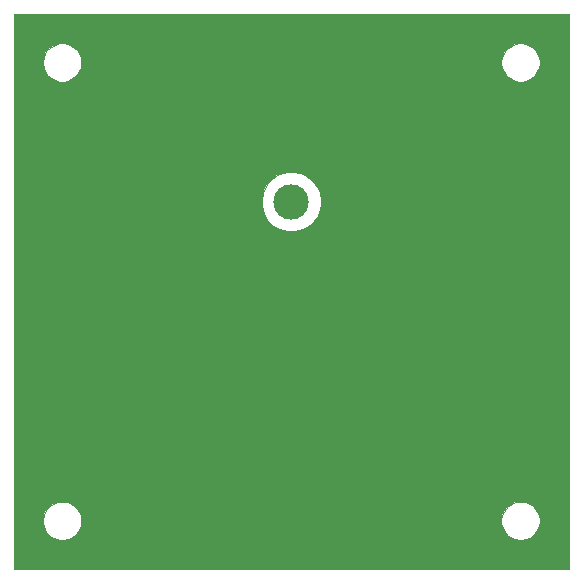
<source format=gbr>
%TF.GenerationSoftware,KiCad,Pcbnew,(5.1.4)-1*%
%TF.CreationDate,2020-10-17T09:34:39+00:00*%
%TF.ProjectId,Patch,50617463-682e-46b6-9963-61645f706362,v1.0*%
%TF.SameCoordinates,Original*%
%TF.FileFunction,Copper,L2,Bot*%
%TF.FilePolarity,Positive*%
%FSLAX46Y46*%
G04 Gerber Fmt 4.6, Leading zero omitted, Abs format (unit mm)*
G04 Created by KiCad (PCBNEW (5.1.4)-1) date 2020-10-17 09:34:39*
%MOMM*%
%LPD*%
G04 APERTURE LIST*
%TA.AperFunction,ComponentPad*%
%ADD10C,3.000000*%
%TD*%
%TA.AperFunction,NonConductor*%
%ADD11C,0.025400*%
%TD*%
G04 APERTURE END LIST*
D10*
%TO.P,J1,1*%
%TO.N,/RF_COPPER*%
X98818700Y-49860200D03*
%TD*%
D11*
G36*
X122301500Y-80963000D02*
G01*
X75335900Y-80963000D01*
X75335900Y-76721363D01*
X77806000Y-76721363D01*
X77806000Y-77039037D01*
X77867975Y-77350607D01*
X77989544Y-77644100D01*
X78166034Y-77908236D01*
X78390664Y-78132866D01*
X78654800Y-78309356D01*
X78948293Y-78430925D01*
X79259863Y-78492900D01*
X79577537Y-78492900D01*
X79889107Y-78430925D01*
X80182600Y-78309356D01*
X80446736Y-78132866D01*
X80671366Y-77908236D01*
X80847856Y-77644100D01*
X80969425Y-77350607D01*
X81031400Y-77039037D01*
X81031400Y-76721363D01*
X116606000Y-76721363D01*
X116606000Y-77039037D01*
X116667975Y-77350607D01*
X116789544Y-77644100D01*
X116966034Y-77908236D01*
X117190664Y-78132866D01*
X117454800Y-78309356D01*
X117748293Y-78430925D01*
X118059863Y-78492900D01*
X118377537Y-78492900D01*
X118689107Y-78430925D01*
X118982600Y-78309356D01*
X119246736Y-78132866D01*
X119471366Y-77908236D01*
X119647856Y-77644100D01*
X119769425Y-77350607D01*
X119831400Y-77039037D01*
X119831400Y-76721363D01*
X119769425Y-76409793D01*
X119647856Y-76116300D01*
X119471366Y-75852164D01*
X119246736Y-75627534D01*
X118982600Y-75451044D01*
X118689107Y-75329475D01*
X118377537Y-75267500D01*
X118059863Y-75267500D01*
X117748293Y-75329475D01*
X117454800Y-75451044D01*
X117190664Y-75627534D01*
X116966034Y-75852164D01*
X116789544Y-76116300D01*
X116667975Y-76409793D01*
X116606000Y-76721363D01*
X81031400Y-76721363D01*
X80969425Y-76409793D01*
X80847856Y-76116300D01*
X80671366Y-75852164D01*
X80446736Y-75627534D01*
X80182600Y-75451044D01*
X79889107Y-75329475D01*
X79577537Y-75267500D01*
X79259863Y-75267500D01*
X78948293Y-75329475D01*
X78654800Y-75451044D01*
X78390664Y-75627534D01*
X78166034Y-75852164D01*
X77989544Y-76116300D01*
X77867975Y-76409793D01*
X77806000Y-76721363D01*
X75335900Y-76721363D01*
X75335900Y-49612721D01*
X96306000Y-49612721D01*
X96306000Y-50107679D01*
X96402562Y-50593128D01*
X96591974Y-51050410D01*
X96866958Y-51461953D01*
X97216947Y-51811942D01*
X97628490Y-52086926D01*
X98085772Y-52276338D01*
X98571221Y-52372900D01*
X99066179Y-52372900D01*
X99551628Y-52276338D01*
X100008910Y-52086926D01*
X100420453Y-51811942D01*
X100770442Y-51461953D01*
X101045426Y-51050410D01*
X101234838Y-50593128D01*
X101331400Y-50107679D01*
X101331400Y-49612721D01*
X101234838Y-49127272D01*
X101045426Y-48669990D01*
X100770442Y-48258447D01*
X100420453Y-47908458D01*
X100008910Y-47633474D01*
X99551628Y-47444062D01*
X99066179Y-47347500D01*
X98571221Y-47347500D01*
X98085772Y-47444062D01*
X97628490Y-47633474D01*
X97216947Y-47908458D01*
X96866958Y-48258447D01*
X96591974Y-48669990D01*
X96402562Y-49127272D01*
X96306000Y-49612721D01*
X75335900Y-49612721D01*
X75335900Y-37921363D01*
X77806000Y-37921363D01*
X77806000Y-38239037D01*
X77867975Y-38550607D01*
X77989544Y-38844100D01*
X78166034Y-39108236D01*
X78390664Y-39332866D01*
X78654800Y-39509356D01*
X78948293Y-39630925D01*
X79259863Y-39692900D01*
X79577537Y-39692900D01*
X79889107Y-39630925D01*
X80182600Y-39509356D01*
X80446736Y-39332866D01*
X80671366Y-39108236D01*
X80847856Y-38844100D01*
X80969425Y-38550607D01*
X81031400Y-38239037D01*
X81031400Y-37921363D01*
X116606000Y-37921363D01*
X116606000Y-38239037D01*
X116667975Y-38550607D01*
X116789544Y-38844100D01*
X116966034Y-39108236D01*
X117190664Y-39332866D01*
X117454800Y-39509356D01*
X117748293Y-39630925D01*
X118059863Y-39692900D01*
X118377537Y-39692900D01*
X118689107Y-39630925D01*
X118982600Y-39509356D01*
X119246736Y-39332866D01*
X119471366Y-39108236D01*
X119647856Y-38844100D01*
X119769425Y-38550607D01*
X119831400Y-38239037D01*
X119831400Y-37921363D01*
X119769425Y-37609793D01*
X119647856Y-37316300D01*
X119471366Y-37052164D01*
X119246736Y-36827534D01*
X118982600Y-36651044D01*
X118689107Y-36529475D01*
X118377537Y-36467500D01*
X118059863Y-36467500D01*
X117748293Y-36529475D01*
X117454800Y-36651044D01*
X117190664Y-36827534D01*
X116966034Y-37052164D01*
X116789544Y-37316300D01*
X116667975Y-37609793D01*
X116606000Y-37921363D01*
X81031400Y-37921363D01*
X80969425Y-37609793D01*
X80847856Y-37316300D01*
X80671366Y-37052164D01*
X80446736Y-36827534D01*
X80182600Y-36651044D01*
X79889107Y-36529475D01*
X79577537Y-36467500D01*
X79259863Y-36467500D01*
X78948293Y-36529475D01*
X78654800Y-36651044D01*
X78390664Y-36827534D01*
X78166034Y-37052164D01*
X77989544Y-37316300D01*
X77867975Y-37609793D01*
X77806000Y-37921363D01*
X75335900Y-37921363D01*
X75335900Y-33997400D01*
X122301500Y-33997400D01*
X122301500Y-80963000D01*
X122301500Y-80963000D01*
G37*
X122301500Y-80963000D02*
X75335900Y-80963000D01*
X75335900Y-76721363D01*
X77806000Y-76721363D01*
X77806000Y-77039037D01*
X77867975Y-77350607D01*
X77989544Y-77644100D01*
X78166034Y-77908236D01*
X78390664Y-78132866D01*
X78654800Y-78309356D01*
X78948293Y-78430925D01*
X79259863Y-78492900D01*
X79577537Y-78492900D01*
X79889107Y-78430925D01*
X80182600Y-78309356D01*
X80446736Y-78132866D01*
X80671366Y-77908236D01*
X80847856Y-77644100D01*
X80969425Y-77350607D01*
X81031400Y-77039037D01*
X81031400Y-76721363D01*
X116606000Y-76721363D01*
X116606000Y-77039037D01*
X116667975Y-77350607D01*
X116789544Y-77644100D01*
X116966034Y-77908236D01*
X117190664Y-78132866D01*
X117454800Y-78309356D01*
X117748293Y-78430925D01*
X118059863Y-78492900D01*
X118377537Y-78492900D01*
X118689107Y-78430925D01*
X118982600Y-78309356D01*
X119246736Y-78132866D01*
X119471366Y-77908236D01*
X119647856Y-77644100D01*
X119769425Y-77350607D01*
X119831400Y-77039037D01*
X119831400Y-76721363D01*
X119769425Y-76409793D01*
X119647856Y-76116300D01*
X119471366Y-75852164D01*
X119246736Y-75627534D01*
X118982600Y-75451044D01*
X118689107Y-75329475D01*
X118377537Y-75267500D01*
X118059863Y-75267500D01*
X117748293Y-75329475D01*
X117454800Y-75451044D01*
X117190664Y-75627534D01*
X116966034Y-75852164D01*
X116789544Y-76116300D01*
X116667975Y-76409793D01*
X116606000Y-76721363D01*
X81031400Y-76721363D01*
X80969425Y-76409793D01*
X80847856Y-76116300D01*
X80671366Y-75852164D01*
X80446736Y-75627534D01*
X80182600Y-75451044D01*
X79889107Y-75329475D01*
X79577537Y-75267500D01*
X79259863Y-75267500D01*
X78948293Y-75329475D01*
X78654800Y-75451044D01*
X78390664Y-75627534D01*
X78166034Y-75852164D01*
X77989544Y-76116300D01*
X77867975Y-76409793D01*
X77806000Y-76721363D01*
X75335900Y-76721363D01*
X75335900Y-49612721D01*
X96306000Y-49612721D01*
X96306000Y-50107679D01*
X96402562Y-50593128D01*
X96591974Y-51050410D01*
X96866958Y-51461953D01*
X97216947Y-51811942D01*
X97628490Y-52086926D01*
X98085772Y-52276338D01*
X98571221Y-52372900D01*
X99066179Y-52372900D01*
X99551628Y-52276338D01*
X100008910Y-52086926D01*
X100420453Y-51811942D01*
X100770442Y-51461953D01*
X101045426Y-51050410D01*
X101234838Y-50593128D01*
X101331400Y-50107679D01*
X101331400Y-49612721D01*
X101234838Y-49127272D01*
X101045426Y-48669990D01*
X100770442Y-48258447D01*
X100420453Y-47908458D01*
X100008910Y-47633474D01*
X99551628Y-47444062D01*
X99066179Y-47347500D01*
X98571221Y-47347500D01*
X98085772Y-47444062D01*
X97628490Y-47633474D01*
X97216947Y-47908458D01*
X96866958Y-48258447D01*
X96591974Y-48669990D01*
X96402562Y-49127272D01*
X96306000Y-49612721D01*
X75335900Y-49612721D01*
X75335900Y-37921363D01*
X77806000Y-37921363D01*
X77806000Y-38239037D01*
X77867975Y-38550607D01*
X77989544Y-38844100D01*
X78166034Y-39108236D01*
X78390664Y-39332866D01*
X78654800Y-39509356D01*
X78948293Y-39630925D01*
X79259863Y-39692900D01*
X79577537Y-39692900D01*
X79889107Y-39630925D01*
X80182600Y-39509356D01*
X80446736Y-39332866D01*
X80671366Y-39108236D01*
X80847856Y-38844100D01*
X80969425Y-38550607D01*
X81031400Y-38239037D01*
X81031400Y-37921363D01*
X116606000Y-37921363D01*
X116606000Y-38239037D01*
X116667975Y-38550607D01*
X116789544Y-38844100D01*
X116966034Y-39108236D01*
X117190664Y-39332866D01*
X117454800Y-39509356D01*
X117748293Y-39630925D01*
X118059863Y-39692900D01*
X118377537Y-39692900D01*
X118689107Y-39630925D01*
X118982600Y-39509356D01*
X119246736Y-39332866D01*
X119471366Y-39108236D01*
X119647856Y-38844100D01*
X119769425Y-38550607D01*
X119831400Y-38239037D01*
X119831400Y-37921363D01*
X119769425Y-37609793D01*
X119647856Y-37316300D01*
X119471366Y-37052164D01*
X119246736Y-36827534D01*
X118982600Y-36651044D01*
X118689107Y-36529475D01*
X118377537Y-36467500D01*
X118059863Y-36467500D01*
X117748293Y-36529475D01*
X117454800Y-36651044D01*
X117190664Y-36827534D01*
X116966034Y-37052164D01*
X116789544Y-37316300D01*
X116667975Y-37609793D01*
X116606000Y-37921363D01*
X81031400Y-37921363D01*
X80969425Y-37609793D01*
X80847856Y-37316300D01*
X80671366Y-37052164D01*
X80446736Y-36827534D01*
X80182600Y-36651044D01*
X79889107Y-36529475D01*
X79577537Y-36467500D01*
X79259863Y-36467500D01*
X78948293Y-36529475D01*
X78654800Y-36651044D01*
X78390664Y-36827534D01*
X78166034Y-37052164D01*
X77989544Y-37316300D01*
X77867975Y-37609793D01*
X77806000Y-37921363D01*
X75335900Y-37921363D01*
X75335900Y-33997400D01*
X122301500Y-33997400D01*
X122301500Y-80963000D01*
M02*

</source>
